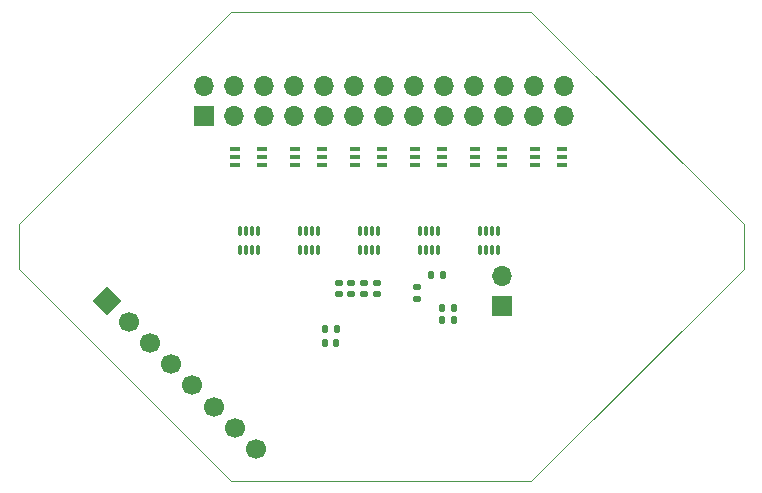
<source format=gbr>
%TF.GenerationSoftware,KiCad,Pcbnew,(7.0.0)*%
%TF.CreationDate,2023-03-06T19:10:06-05:00*%
%TF.ProjectId,cyton daisy,6379746f-6e20-4646-9169-73792e6b6963,rev?*%
%TF.SameCoordinates,Original*%
%TF.FileFunction,Soldermask,Bot*%
%TF.FilePolarity,Negative*%
%FSLAX46Y46*%
G04 Gerber Fmt 4.6, Leading zero omitted, Abs format (unit mm)*
G04 Created by KiCad (PCBNEW (7.0.0)) date 2023-03-06 19:10:06*
%MOMM*%
%LPD*%
G01*
G04 APERTURE LIST*
G04 Aperture macros list*
%AMRoundRect*
0 Rectangle with rounded corners*
0 $1 Rounding radius*
0 $2 $3 $4 $5 $6 $7 $8 $9 X,Y pos of 4 corners*
0 Add a 4 corners polygon primitive as box body*
4,1,4,$2,$3,$4,$5,$6,$7,$8,$9,$2,$3,0*
0 Add four circle primitives for the rounded corners*
1,1,$1+$1,$2,$3*
1,1,$1+$1,$4,$5*
1,1,$1+$1,$6,$7*
1,1,$1+$1,$8,$9*
0 Add four rect primitives between the rounded corners*
20,1,$1+$1,$2,$3,$4,$5,0*
20,1,$1+$1,$4,$5,$6,$7,0*
20,1,$1+$1,$6,$7,$8,$9,0*
20,1,$1+$1,$8,$9,$2,$3,0*%
%AMHorizOval*
0 Thick line with rounded ends*
0 $1 width*
0 $2 $3 position (X,Y) of the first rounded end (center of the circle)*
0 $4 $5 position (X,Y) of the second rounded end (center of the circle)*
0 Add line between two ends*
20,1,$1,$2,$3,$4,$5,0*
0 Add two circle primitives to create the rounded ends*
1,1,$1,$2,$3*
1,1,$1,$4,$5*%
%AMRotRect*
0 Rectangle, with rotation*
0 The origin of the aperture is its center*
0 $1 length*
0 $2 width*
0 $3 Rotation angle, in degrees counterclockwise*
0 Add horizontal line*
21,1,$1,$2,0,0,$3*%
G04 Aperture macros list end*
%ADD10RoundRect,0.140000X0.170000X-0.140000X0.170000X0.140000X-0.170000X0.140000X-0.170000X-0.140000X0*%
%ADD11R,1.700000X1.700000*%
%ADD12O,1.700000X1.700000*%
%ADD13RotRect,1.700000X1.700000X45.000000*%
%ADD14HorizOval,1.700000X0.000000X0.000000X0.000000X0.000000X0*%
%ADD15RoundRect,0.140000X0.140000X0.170000X-0.140000X0.170000X-0.140000X-0.170000X0.140000X-0.170000X0*%
%ADD16RoundRect,0.140000X-0.170000X0.140000X-0.170000X-0.140000X0.170000X-0.140000X0.170000X0.140000X0*%
%ADD17RoundRect,0.010500X0.094500X-0.374500X0.094500X0.374500X-0.094500X0.374500X-0.094500X-0.374500X0*%
%ADD18RoundRect,0.010500X-0.094500X0.374500X-0.094500X-0.374500X0.094500X-0.374500X0.094500X0.374500X0*%
%ADD19R,0.850900X0.355600*%
%ADD20RoundRect,0.135000X-0.135000X-0.185000X0.135000X-0.185000X0.135000X0.185000X-0.135000X0.185000X0*%
%ADD21RoundRect,0.140000X-0.140000X-0.170000X0.140000X-0.170000X0.140000X0.170000X-0.140000X0.170000X0*%
%TA.AperFunction,Profile*%
%ADD22C,0.101600*%
%TD*%
G04 APERTURE END LIST*
D10*
%TO.C,C27*%
X142697200Y-100505200D03*
X142697200Y-99545200D03*
%TD*%
D11*
%TO.C,J1*%
X124663199Y-84988399D03*
D12*
X124663199Y-82448399D03*
X127203199Y-84988399D03*
X127203199Y-82448399D03*
X129743199Y-84988399D03*
X129743199Y-82448399D03*
X132283199Y-84988399D03*
X132283199Y-82448399D03*
X134823199Y-84988399D03*
X134823199Y-82448399D03*
X137363199Y-84988399D03*
X137363199Y-82448399D03*
X139903199Y-84988399D03*
X139903199Y-82448399D03*
X142443199Y-84988399D03*
X142443199Y-82448399D03*
X144983199Y-84988399D03*
X144983199Y-82448399D03*
X147523199Y-84988399D03*
X147523199Y-82448399D03*
X150063199Y-84988399D03*
X150063199Y-82448399D03*
X152603199Y-84988399D03*
X152603199Y-82448399D03*
X155143199Y-84988399D03*
X155143199Y-82448399D03*
%TD*%
D11*
%TO.C,J4*%
X149910799Y-101142799D03*
D12*
X149910799Y-98602799D03*
%TD*%
D13*
%TO.C,J2*%
X116499999Y-100649999D03*
D14*
X118296050Y-102446050D03*
X120092101Y-104242101D03*
X121888153Y-106038153D03*
X123684204Y-107834204D03*
X125480255Y-109630255D03*
X127276306Y-111426306D03*
X129072358Y-113222358D03*
%TD*%
D15*
%TO.C,C26*%
X145818800Y-102260400D03*
X144858800Y-102260400D03*
%TD*%
D16*
%TO.C,C25*%
X136093200Y-99136200D03*
X136093200Y-100096200D03*
%TD*%
D17*
%TO.C,C5*%
X149543200Y-96405600D03*
X149043200Y-96405600D03*
X148543200Y-96405600D03*
X148043200Y-96405600D03*
D18*
X148043200Y-94805600D03*
X148543200Y-94805600D03*
X149043200Y-94805600D03*
X149543200Y-94805600D03*
%TD*%
D17*
%TO.C,C4*%
X144463200Y-96405600D03*
X143963200Y-96405600D03*
X143463200Y-96405600D03*
X142963200Y-96405600D03*
D18*
X142963200Y-94805600D03*
X143463200Y-94805600D03*
X143963200Y-94805600D03*
X144463200Y-94805600D03*
%TD*%
D16*
%TO.C,C20*%
X138252200Y-99136200D03*
X138252200Y-100096200D03*
%TD*%
D19*
%TO.C,D4*%
X144849849Y-87843600D03*
X144849849Y-88493599D03*
X144849849Y-89143598D03*
X142576549Y-89143598D03*
X142576549Y-88493599D03*
X142576549Y-87843600D03*
%TD*%
D20*
%TO.C,R13*%
X143889000Y-98501200D03*
X144909000Y-98501200D03*
%TD*%
D19*
%TO.C,D6*%
X155009849Y-87843600D03*
X155009849Y-88493599D03*
X155009849Y-89143598D03*
X152736549Y-89143598D03*
X152736549Y-88493599D03*
X152736549Y-87843600D03*
%TD*%
D17*
%TO.C,C1*%
X129223200Y-96405600D03*
X128723200Y-96405600D03*
X128223200Y-96405600D03*
X127723200Y-96405600D03*
D18*
X127723200Y-94805600D03*
X128223200Y-94805600D03*
X128723200Y-94805600D03*
X129223200Y-94805600D03*
%TD*%
D21*
%TO.C,C9*%
X134902000Y-104244200D03*
X135862000Y-104244200D03*
%TD*%
D19*
%TO.C,D3*%
X139769849Y-87843600D03*
X139769849Y-88493599D03*
X139769849Y-89143598D03*
X137496549Y-89143598D03*
X137496549Y-88493599D03*
X137496549Y-87843600D03*
%TD*%
D16*
%TO.C,C23*%
X137160000Y-99136200D03*
X137160000Y-100096200D03*
%TD*%
D17*
%TO.C,C3*%
X139383200Y-96391300D03*
X138883200Y-96391300D03*
X138383200Y-96391300D03*
X137883200Y-96391300D03*
D18*
X137883200Y-94791300D03*
X138383200Y-94791300D03*
X138883200Y-94791300D03*
X139383200Y-94791300D03*
%TD*%
D15*
%TO.C,C24*%
X145818800Y-101244400D03*
X144858800Y-101244400D03*
%TD*%
D19*
%TO.C,D1*%
X129609849Y-87843600D03*
X129609849Y-88493599D03*
X129609849Y-89143598D03*
X127336549Y-89143598D03*
X127336549Y-88493599D03*
X127336549Y-87843600D03*
%TD*%
D17*
%TO.C,C2*%
X134303200Y-96380200D03*
X133803200Y-96380200D03*
X133303200Y-96380200D03*
X132803200Y-96380200D03*
D18*
X132803200Y-94780200D03*
X133303200Y-94780200D03*
X133803200Y-94780200D03*
X134303200Y-94780200D03*
%TD*%
D16*
%TO.C,C22*%
X139344400Y-99136200D03*
X139344400Y-100096200D03*
%TD*%
D19*
%TO.C,D2*%
X134689849Y-87843600D03*
X134689849Y-88493599D03*
X134689849Y-89143598D03*
X132416549Y-89143598D03*
X132416549Y-88493599D03*
X132416549Y-87843600D03*
%TD*%
D21*
%TO.C,C7*%
X134952800Y-103047800D03*
X135912800Y-103047800D03*
%TD*%
D19*
%TO.C,D5*%
X149929849Y-87843600D03*
X149929849Y-88493599D03*
X149929849Y-89143598D03*
X147656549Y-89143598D03*
X147656549Y-88493599D03*
X147656549Y-87843600D03*
%TD*%
D22*
X170357800Y-94183200D02*
X170357800Y-97942400D01*
X152374600Y-115900200D01*
X126974600Y-115900200D01*
X108991400Y-97942400D01*
X108991400Y-94208600D01*
X126974600Y-76225400D01*
X152400000Y-76225400D01*
X170357800Y-94183200D01*
M02*

</source>
